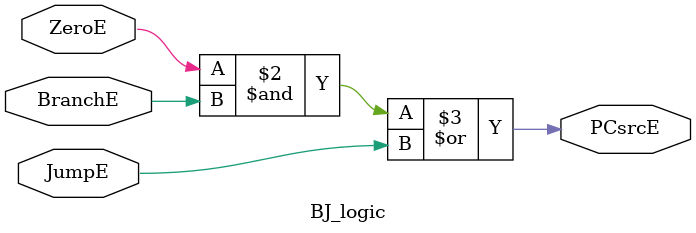
<source format=v>
module BJ_logic (
input     wire            ZeroE,
input     wire            BranchE,
input     wire            JumpE,
output    reg             PCsrcE
);






//// or and operations for jump and branch instructions ///
always@(*)
	begin
		PCsrcE = (ZeroE & BranchE) | JumpE ;
	end




endmodule
</source>
